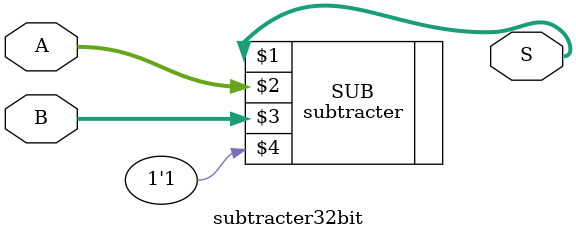
<source format=v>
module subtracter32bit(S,A,B);
	input [31:0] A,B;
	output [31:0] S;
	subtracter SUB(S,A,B,1'b1);
endmodule 
</source>
